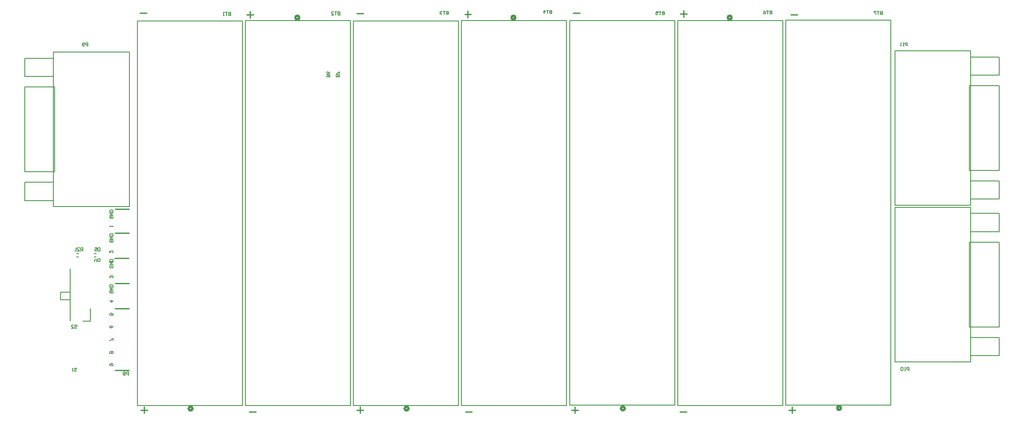
<source format=gbo>
G04*
G04 #@! TF.GenerationSoftware,Altium Limited,Altium Designer,20.2.6 (244)*
G04*
G04 Layer_Color=32896*
%FSLAX25Y25*%
%MOIN*%
G70*
G04*
G04 #@! TF.SameCoordinates,A281CC0B-DA72-4783-A236-2048B1716941*
G04*
G04*
G04 #@! TF.FilePolarity,Positive*
G04*
G01*
G75*
%ADD10C,0.02000*%
%ADD12C,0.01000*%
%ADD13C,0.00787*%
%ADD14C,0.00600*%
%ADD15C,0.00500*%
D10*
X407267Y-13030D02*
G03*
X407267Y-13030I-1500J0D01*
G01*
X149047Y297330D02*
G03*
X149047Y297330I-1500J0D01*
G01*
X320495D02*
G03*
X320495Y297330I-1500J0D01*
G01*
X235723Y-13120D02*
G03*
X235723Y-13120I-1500J0D01*
G01*
X578810Y-12720D02*
G03*
X578810Y-12720I-1500J0D01*
G01*
X64370Y-13120D02*
G03*
X64370Y-13120I-1500J0D01*
G01*
X492038Y297330D02*
G03*
X492038Y297330I-1500J0D01*
G01*
D12*
X3078Y17417D02*
X14078D01*
X3078Y145417D02*
X14078D01*
X3078Y126417D02*
X14078D01*
X2578Y106417D02*
X13578D01*
X3078Y86417D02*
X14078D01*
X3078Y66417D02*
X14078D01*
X451458Y300214D02*
X456705D01*
X454081Y297590D02*
Y302838D01*
X280218Y300014D02*
X285465D01*
X282841Y297390D02*
Y302638D01*
X107328Y299734D02*
X112575D01*
X109951Y297110D02*
Y302358D01*
X366424Y300887D02*
X371671D01*
X22794D02*
X28041D01*
X539030Y299790D02*
X544278D01*
X194694Y300717D02*
X199941D01*
X537358Y-14226D02*
X542605D01*
X539981Y-16850D02*
Y-11602D01*
X451033Y-15630D02*
X456281D01*
X365168Y-14226D02*
X370415D01*
X367791Y-16850D02*
Y-11602D01*
X280863Y-15630D02*
X286111D01*
X109400D02*
X114648D01*
X23450Y-14226D02*
X28698D01*
X26074Y-16850D02*
Y-11602D01*
X194658Y-14226D02*
X199905D01*
X197281Y-16850D02*
Y-11602D01*
D13*
X-13634Y110108D02*
X-12060D01*
X-13634Y107352D02*
X-12060D01*
X-27552Y110108D02*
X-25977D01*
X-27552Y107352D02*
X-25977D01*
D14*
X363617Y-10530D02*
Y294870D01*
X446917D01*
Y-10530D02*
Y294870D01*
X363617Y-10530D02*
X446917D01*
X106397Y294830D02*
X189697D01*
X106397Y-10570D02*
Y294830D01*
Y-10570D02*
X189697D01*
Y294830D01*
X192073Y-10620D02*
Y294780D01*
X275373D01*
Y-10620D02*
Y294780D01*
X192073Y-10620D02*
X275373D01*
X680712Y51601D02*
X704512D01*
Y119102D01*
X680712D02*
X704512D01*
X680712Y51601D02*
Y119102D01*
X621612Y24002D02*
X681712D01*
Y146702D01*
X621612D02*
X681712D01*
X621612Y24002D02*
Y146702D01*
X681712Y141802D02*
X704512D01*
Y127302D02*
Y141802D01*
X681712Y127302D02*
X704512D01*
X681712Y43402D02*
X704512D01*
Y28901D02*
Y43402D01*
X681712Y28901D02*
X704512D01*
X277845Y294830D02*
X361145D01*
X277845Y-10570D02*
Y294830D01*
Y-10570D02*
X361145D01*
Y294830D01*
X535160Y-10220D02*
X618460D01*
Y295180D01*
X535160D02*
X618460D01*
X535160Y-10220D02*
Y295180D01*
X20720Y-10620D02*
Y294780D01*
X104020D01*
Y-10620D02*
Y294780D01*
X20720Y-10620D02*
X104020D01*
X680712Y175852D02*
X704512D01*
Y243352D01*
X680712D02*
X704512D01*
X680712Y175852D02*
Y243352D01*
X621612Y148251D02*
X681712D01*
Y270952D01*
X621612D02*
X681712D01*
X621612Y148251D02*
Y270952D01*
X681712Y266052D02*
X704512D01*
Y251552D02*
Y266052D01*
X681712Y251552D02*
X704512D01*
X681712Y167651D02*
X704512D01*
Y153152D02*
Y167651D01*
X681712Y153152D02*
X704512D01*
X449388Y294830D02*
X532688D01*
X449388Y-10570D02*
Y294830D01*
Y-10570D02*
X532688D01*
Y294830D01*
X-68661Y265010D02*
X-45861D01*
X-68661Y250510D02*
Y265010D01*
Y250510D02*
X-45861D01*
X-68661Y166610D02*
X-45861D01*
X-68661Y152110D02*
Y166610D01*
Y152110D02*
X-45861D01*
X14239Y147210D02*
Y269910D01*
X-45861Y147210D02*
X14239D01*
X-45861D02*
Y269910D01*
X14239D01*
X-44861Y174810D02*
Y242310D01*
X-68661Y174810D02*
X-44861D01*
X-68661D02*
Y242310D01*
X-44861D01*
D15*
X-40406Y79219D02*
X-32532D01*
X-40406Y73313D02*
Y79219D01*
Y73313D02*
X-32532D01*
X-22690Y56384D02*
X-16784D01*
Y66226D01*
X-32532Y81187D02*
Y97919D01*
Y79219D02*
Y81187D01*
Y73313D02*
Y79219D01*
Y56581D02*
Y73313D01*
X438536Y302050D02*
Y299550D01*
X437286D01*
X436869Y299967D01*
Y300383D01*
X437286Y300800D01*
X438536D01*
X437286D01*
X436869Y301217D01*
Y301633D01*
X437286Y302050D01*
X438536D01*
X436036D02*
X434370D01*
X435203D01*
Y299550D01*
X431871Y302050D02*
X433537D01*
Y300800D01*
X432704Y301217D01*
X432288D01*
X431871Y300800D01*
Y299967D01*
X432288Y299550D01*
X433121D01*
X433537Y299967D01*
X181432Y301940D02*
Y299440D01*
X180183D01*
X179766Y299857D01*
Y300273D01*
X180183Y300690D01*
X181432D01*
X180183D01*
X179766Y301107D01*
Y301523D01*
X180183Y301940D01*
X181432D01*
X178933D02*
X177267D01*
X178100D01*
Y299440D01*
X174768D02*
X176434D01*
X174768Y301107D01*
Y301523D01*
X175184Y301940D01*
X176017D01*
X176434Y301523D01*
X-1174Y131176D02*
Y132009D01*
Y131593D01*
X1325D01*
X909Y131176D01*
X909Y90602D02*
X1325Y91019D01*
Y91852D01*
X909Y92268D01*
X492D01*
X76Y91852D01*
Y91435D01*
Y91852D01*
X-341Y92268D01*
X-757D01*
X-1174Y91852D01*
Y91019D01*
X-757Y90602D01*
X1325Y52558D02*
X909Y51725D01*
X76Y50892D01*
X-757D01*
X-1174Y51309D01*
Y52142D01*
X-757Y52558D01*
X-341D01*
X76Y52142D01*
Y50892D01*
X-757Y20852D02*
X-1174Y21269D01*
Y22102D01*
X-757Y22518D01*
X909D01*
X1325Y22102D01*
Y21269D01*
X909Y20852D01*
X492D01*
X76Y21269D01*
Y22518D01*
X173449Y250268D02*
X170950D01*
Y251517D01*
X171366Y251934D01*
X171783D01*
X172199Y251517D01*
Y250268D01*
Y251517D01*
X172616Y251934D01*
X173032D01*
X173449Y251517D01*
Y250268D01*
Y254433D02*
X173032Y253600D01*
X172199Y252767D01*
X171366D01*
X170950Y253184D01*
Y254016D01*
X171366Y254433D01*
X171783D01*
X172199Y254016D01*
Y252767D01*
X181023Y250268D02*
X178524D01*
Y251517D01*
X178940Y251934D01*
X179357D01*
X179773Y251517D01*
Y250268D01*
Y251517D01*
X180190Y251934D01*
X180606D01*
X181023Y251517D01*
Y250268D01*
Y252767D02*
Y254433D01*
X180606D01*
X178940Y252767D01*
X178524D01*
X909Y139502D02*
X1325Y139086D01*
Y138253D01*
X909Y137836D01*
X-757D01*
X-1174Y138253D01*
Y139086D01*
X-757Y139502D01*
X76D01*
Y138669D01*
X-1174Y140335D02*
X1325D01*
X-1174Y142001D01*
X1325D01*
Y142834D02*
X-1174D01*
Y144084D01*
X-757Y144501D01*
X909D01*
X1325Y144084D01*
Y142834D01*
X909Y100339D02*
X1325Y99923D01*
Y99089D01*
X909Y98673D01*
X-757D01*
X-1174Y99089D01*
Y99923D01*
X-757Y100339D01*
X76D01*
Y99506D01*
X-1174Y101172D02*
X1325D01*
X-1174Y102838D01*
X1325D01*
Y103671D02*
X-1174D01*
Y104921D01*
X-757Y105338D01*
X909D01*
X1325Y104921D01*
Y103671D01*
X-1174Y112192D02*
Y110526D01*
X492Y112192D01*
X909D01*
X1325Y111776D01*
Y110943D01*
X909Y110526D01*
Y80170D02*
X1325Y79754D01*
Y78921D01*
X909Y78504D01*
X-757D01*
X-1174Y78921D01*
Y79754D01*
X-757Y80170D01*
X76D01*
Y79337D01*
X-1174Y81003D02*
X1325D01*
X-1174Y82669D01*
X1325D01*
Y83503D02*
X-1174D01*
Y84752D01*
X-757Y85169D01*
X909D01*
X1325Y84752D01*
Y83503D01*
X-1174Y72462D02*
X1325D01*
X76Y71212D01*
Y72878D01*
X1325Y41092D02*
Y42758D01*
X909D01*
X-757Y41092D01*
X-1174D01*
X909Y30652D02*
X1325Y31069D01*
Y31902D01*
X909Y32318D01*
X492D01*
X76Y31902D01*
X-341Y32318D01*
X-757D01*
X-1174Y31902D01*
Y31069D01*
X-757Y30652D01*
X-341D01*
X76Y31069D01*
X492Y30652D01*
X909D01*
X76Y31069D02*
Y31902D01*
X-10280Y106019D02*
X-9447D01*
X-9030Y105603D01*
Y103937D01*
X-9447Y103520D01*
X-10280D01*
X-10696Y103937D01*
Y105603D01*
X-10280Y106019D01*
X-11529Y103520D02*
Y105186D01*
X-12779D01*
X-13195Y104770D01*
Y103520D01*
X909Y120599D02*
X1325Y120183D01*
Y119350D01*
X909Y118933D01*
X-757D01*
X-1174Y119350D01*
Y120183D01*
X-757Y120599D01*
X76D01*
Y119766D01*
X-1174Y121432D02*
X1325D01*
X-1174Y123098D01*
X1325D01*
Y123931D02*
X-1174D01*
Y125181D01*
X-757Y125598D01*
X909D01*
X1325Y125181D01*
Y123931D01*
Y62638D02*
Y60972D01*
X76D01*
X492Y61805D01*
Y62222D01*
X76Y62638D01*
X-757D01*
X-1174Y62222D01*
Y61389D01*
X-757Y60972D01*
X632664Y17050D02*
Y19550D01*
X631414D01*
X630998Y19133D01*
Y18300D01*
X631414Y17884D01*
X632664D01*
X630165Y17050D02*
X629332D01*
X629748D01*
Y19550D01*
X630165Y19133D01*
X628082D02*
X627666Y19550D01*
X626832D01*
X626416Y19133D01*
Y17467D01*
X626832Y17050D01*
X627666D01*
X628082Y17467D01*
Y19133D01*
X631407Y274950D02*
Y277450D01*
X630158D01*
X629741Y277033D01*
Y276200D01*
X630158Y275783D01*
X631407D01*
X628908Y274950D02*
X628075D01*
X628492D01*
Y277450D01*
X628908Y277033D01*
X626826Y274950D02*
X625992D01*
X626409D01*
Y277450D01*
X626826Y277033D01*
X-18697Y274720D02*
Y277220D01*
X-19947D01*
X-20364Y276803D01*
Y275970D01*
X-19947Y275553D01*
X-18697D01*
X-21196Y275137D02*
X-21613Y274720D01*
X-22446D01*
X-22863Y275137D01*
Y276803D01*
X-22446Y277220D01*
X-21613D01*
X-21196Y276803D01*
Y276386D01*
X-21613Y275970D01*
X-22863D01*
X94566Y301630D02*
Y299130D01*
X93316D01*
X92900Y299547D01*
Y299963D01*
X93316Y300380D01*
X94566D01*
X93316D01*
X92900Y300797D01*
Y301213D01*
X93316Y301630D01*
X94566D01*
X92067D02*
X90400D01*
X91233D01*
Y299130D01*
X89567D02*
X88734D01*
X89151D01*
Y301630D01*
X89567Y301213D01*
X267509Y302300D02*
Y299800D01*
X266259D01*
X265843Y300217D01*
Y300634D01*
X266259Y301050D01*
X267509D01*
X266259D01*
X265843Y301466D01*
Y301883D01*
X266259Y302300D01*
X267509D01*
X265010D02*
X263344D01*
X264177D01*
Y299800D01*
X262510Y301883D02*
X262094Y302300D01*
X261261D01*
X260844Y301883D01*
Y301466D01*
X261261Y301050D01*
X261678D01*
X261261D01*
X260844Y300634D01*
Y300217D01*
X261261Y299800D01*
X262094D01*
X262510Y300217D01*
X349472Y303070D02*
Y300570D01*
X348223D01*
X347806Y300987D01*
Y301403D01*
X348223Y301820D01*
X349472D01*
X348223D01*
X347806Y302237D01*
Y302653D01*
X348223Y303070D01*
X349472D01*
X346973D02*
X345307D01*
X346140D01*
Y300570D01*
X343224D02*
Y303070D01*
X344474Y301820D01*
X342808D01*
X523879Y302730D02*
Y300230D01*
X522629D01*
X522213Y300647D01*
Y301063D01*
X522629Y301480D01*
X523879D01*
X522629D01*
X522213Y301897D01*
Y302313D01*
X522629Y302730D01*
X523879D01*
X521380D02*
X519714D01*
X520547D01*
Y300230D01*
X517214Y302730D02*
X518048Y302313D01*
X518881Y301480D01*
Y300647D01*
X518464Y300230D01*
X517631D01*
X517214Y300647D01*
Y301063D01*
X517631Y301480D01*
X518881D01*
X611592Y302360D02*
Y299860D01*
X610343D01*
X609926Y300277D01*
Y300693D01*
X610343Y301110D01*
X611592D01*
X610343D01*
X609926Y301526D01*
Y301943D01*
X610343Y302360D01*
X611592D01*
X609093D02*
X607427D01*
X608260D01*
Y299860D01*
X606594Y302360D02*
X604928D01*
Y301943D01*
X606594Y300277D01*
Y299860D01*
X13633Y13390D02*
Y15890D01*
X12383D01*
X11966Y15473D01*
Y14640D01*
X12383Y14223D01*
X13633D01*
X11134Y15473D02*
X10717Y15890D01*
X9884D01*
X9467Y15473D01*
Y15056D01*
X9884Y14640D01*
X9467Y14223D01*
Y13807D01*
X9884Y13390D01*
X10717D01*
X11134Y13807D01*
Y14223D01*
X10717Y14640D01*
X11134Y15056D01*
Y15473D01*
X10717Y14640D02*
X9884D01*
X-22710Y112100D02*
Y114599D01*
X-23960D01*
X-24376Y114183D01*
Y113350D01*
X-23960Y112933D01*
X-22710D01*
X-23543D02*
X-24376Y112100D01*
X-26875D02*
X-25209D01*
X-26875Y113766D01*
Y114183D01*
X-26459Y114599D01*
X-25626D01*
X-25209Y114183D01*
X-27708Y112100D02*
X-28541D01*
X-28125D01*
Y114599D01*
X-27708Y114183D01*
X-29106Y52783D02*
X-28690Y53199D01*
X-27856D01*
X-27440Y52783D01*
Y52366D01*
X-27856Y51950D01*
X-28690D01*
X-29106Y51533D01*
Y51117D01*
X-28690Y50700D01*
X-27856D01*
X-27440Y51117D01*
X-31605Y50700D02*
X-29939D01*
X-31605Y52366D01*
Y52783D01*
X-31189Y53199D01*
X-30356D01*
X-29939Y52783D01*
X-8960Y114529D02*
Y112030D01*
X-10210D01*
X-10626Y112446D01*
Y114113D01*
X-10210Y114529D01*
X-8960D01*
X-13125D02*
X-11459D01*
Y113280D01*
X-12292Y113696D01*
X-12709D01*
X-13125Y113280D01*
Y112446D01*
X-12709Y112030D01*
X-11876D01*
X-11459Y112446D01*
X-29326Y18663D02*
X-28910Y19079D01*
X-28076D01*
X-27660Y18663D01*
Y18246D01*
X-28076Y17830D01*
X-28910D01*
X-29326Y17413D01*
Y16996D01*
X-28910Y16580D01*
X-28076D01*
X-27660Y16996D01*
X-30159Y16580D02*
X-30992D01*
X-30576D01*
Y19079D01*
X-30159Y18663D01*
M02*

</source>
